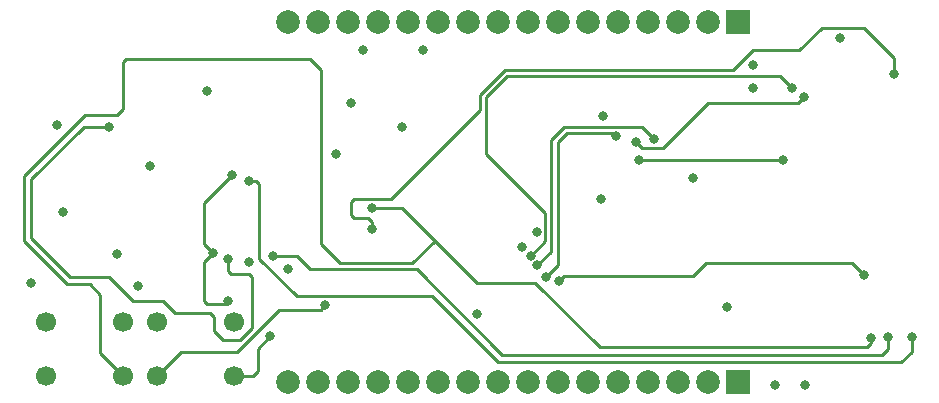
<source format=gbr>
G04 #@! TF.GenerationSoftware,KiCad,Pcbnew,(5.0.0)*
G04 #@! TF.CreationDate,2018-11-26T12:29:23+08:00*
G04 #@! TF.ProjectId,Clouduino Stratus Rev 1,436C6F756475696E6F20537472617475,rev?*
G04 #@! TF.SameCoordinates,Original*
G04 #@! TF.FileFunction,Copper,L4,Bot,Signal*
G04 #@! TF.FilePolarity,Positive*
%FSLAX46Y46*%
G04 Gerber Fmt 4.6, Leading zero omitted, Abs format (unit mm)*
G04 Created by KiCad (PCBNEW (5.0.0)) date 11/26/18 12:29:23*
%MOMM*%
%LPD*%
G01*
G04 APERTURE LIST*
G04 #@! TA.AperFunction,ComponentPad*
%ADD10C,2.000000*%
G04 #@! TD*
G04 #@! TA.AperFunction,ComponentPad*
%ADD11R,2.000000X2.000000*%
G04 #@! TD*
G04 #@! TA.AperFunction,ComponentPad*
%ADD12C,1.700000*%
G04 #@! TD*
G04 #@! TA.AperFunction,ViaPad*
%ADD13C,0.800000*%
G04 #@! TD*
G04 #@! TA.AperFunction,Conductor*
%ADD14C,0.250000*%
G04 #@! TD*
G04 APERTURE END LIST*
D10*
G04 #@! TO.P,J2,16*
G04 #@! TO.N,5V-USB*
X99822000Y-50292000D03*
G04 #@! TO.P,J2,15*
G04 #@! TO.N,VIN_Breakout*
X102362000Y-50292000D03*
G04 #@! TO.P,J2,14*
G04 #@! TO.N,VCC*
X104902000Y-50292000D03*
G04 #@! TO.P,J2,13*
X107442000Y-50292000D03*
G04 #@! TO.P,J2,12*
G04 #@! TO.N,GND*
X109982000Y-50292000D03*
G04 #@! TO.P,J2,11*
X112522000Y-50292000D03*
G04 #@! TO.P,J2,10*
G04 #@! TO.N,GPIO8*
X115062000Y-50292000D03*
G04 #@! TO.P,J2,9*
G04 #@! TO.N,GPIO7*
X117602000Y-50292000D03*
G04 #@! TO.P,J2,8*
G04 #@! TO.N,GPIO6*
X120142000Y-50292000D03*
G04 #@! TO.P,J2,7*
G04 #@! TO.N,GPIO5*
X122682000Y-50292000D03*
G04 #@! TO.P,J2,6*
G04 #@! TO.N,GPIO4*
X125222000Y-50292000D03*
G04 #@! TO.P,J2,5*
G04 #@! TO.N,GPIO3*
X127762000Y-50292000D03*
G04 #@! TO.P,J2,4*
G04 #@! TO.N,GPIO2*
X130302000Y-50292000D03*
G04 #@! TO.P,J2,3*
G04 #@! TO.N,GPIO1*
X132842000Y-50292000D03*
G04 #@! TO.P,J2,2*
G04 #@! TO.N,INTA_Breakout*
X135382000Y-50292000D03*
D11*
G04 #@! TO.P,J2,1*
G04 #@! TO.N,INTB_Breakout*
X137922000Y-50292000D03*
G04 #@! TD*
G04 #@! TO.P,J3,1*
G04 #@! TO.N,ADC-CH7*
X137922000Y-80772000D03*
D10*
G04 #@! TO.P,J3,2*
G04 #@! TO.N,ADC-CH6*
X135382000Y-80772000D03*
G04 #@! TO.P,J3,3*
G04 #@! TO.N,ADC-CH5*
X132842000Y-80772000D03*
G04 #@! TO.P,J3,4*
G04 #@! TO.N,ADC-CH4*
X130302000Y-80772000D03*
G04 #@! TO.P,J3,5*
G04 #@! TO.N,ADC-CH3*
X127762000Y-80772000D03*
G04 #@! TO.P,J3,6*
G04 #@! TO.N,ADC-CH2*
X125222000Y-80772000D03*
G04 #@! TO.P,J3,7*
G04 #@! TO.N,ADC-CH1*
X122682000Y-80772000D03*
G04 #@! TO.P,J3,8*
G04 #@! TO.N,ADC-CH0*
X120142000Y-80772000D03*
G04 #@! TO.P,J3,9*
G04 #@! TO.N,GPIO16*
X117602000Y-80772000D03*
G04 #@! TO.P,J3,10*
G04 #@! TO.N,GPIO15*
X115062000Y-80772000D03*
G04 #@! TO.P,J3,11*
G04 #@! TO.N,GPIO14*
X112522000Y-80772000D03*
G04 #@! TO.P,J3,12*
G04 #@! TO.N,GPIO13*
X109982000Y-80772000D03*
G04 #@! TO.P,J3,13*
G04 #@! TO.N,GPIO12*
X107442000Y-80772000D03*
G04 #@! TO.P,J3,14*
G04 #@! TO.N,GPIO11*
X104902000Y-80772000D03*
G04 #@! TO.P,J3,15*
G04 #@! TO.N,GPIO10*
X102362000Y-80772000D03*
G04 #@! TO.P,J3,16*
G04 #@! TO.N,GPIO9*
X99822000Y-80772000D03*
G04 #@! TD*
D12*
G04 #@! TO.P,RST,4*
G04 #@! TO.N,N/C*
X88750000Y-75764000D03*
G04 #@! TO.P,RST,3*
X95250000Y-75764000D03*
G04 #@! TO.P,RST,2*
G04 #@! TO.N,AUTO-RESET*
X88750000Y-80264000D03*
G04 #@! TO.P,RST,1*
G04 #@! TO.N,Net-(R9-Pad2)*
X95250000Y-80264000D03*
G04 #@! TD*
G04 #@! TO.P,PRG,1*
G04 #@! TO.N,GPIO0*
X85852000Y-80264000D03*
G04 #@! TO.P,PRG,2*
G04 #@! TO.N,Net-(PRG1-Pad2)*
X79352000Y-80264000D03*
G04 #@! TO.P,PRG,3*
G04 #@! TO.N,N/C*
X85852000Y-75764000D03*
G04 #@! TO.P,PRG,4*
X79352000Y-75764000D03*
G04 #@! TD*
D13*
G04 #@! TO.N,GND*
X119634000Y-69342000D03*
X134112000Y-63500000D03*
X109474000Y-59182000D03*
X103886000Y-61468000D03*
X96493366Y-70641413D03*
X92964000Y-56134000D03*
X87122000Y-72644000D03*
X88138000Y-62484000D03*
X99822000Y-71247000D03*
X111252000Y-52705000D03*
X139192000Y-53975000D03*
X141097000Y-81026000D03*
X137033000Y-74422000D03*
X126365000Y-65278000D03*
X80772000Y-66421000D03*
X80264000Y-59055000D03*
X78105000Y-72390000D03*
X85344000Y-69977000D03*
G04 #@! TO.N,VCC*
X120904000Y-68072000D03*
X105156000Y-57150000D03*
X106172000Y-52705000D03*
X126492000Y-58293000D03*
X139192000Y-55880000D03*
X146558000Y-51689000D03*
X143637000Y-81026000D03*
X115824000Y-75057000D03*
G04 #@! TO.N,IO_POWER*
X93472000Y-69850000D03*
X94742000Y-73914000D03*
X95123000Y-63246000D03*
G04 #@! TO.N,5V-USB*
X94742000Y-70358000D03*
X84709000Y-59182000D03*
G04 #@! TO.N,ESP-GPIO12*
X120396000Y-70104000D03*
X142494000Y-55880000D03*
X141732000Y-61976000D03*
X129540000Y-61976000D03*
G04 #@! TO.N,ESP-GPIO13*
X120950701Y-70936051D03*
X130810000Y-60198000D03*
G04 #@! TO.N,ESP-GPIO14*
X121666000Y-71882000D03*
X127635000Y-59944000D03*
X129286000Y-60452000D03*
X143510000Y-56642000D03*
G04 #@! TO.N,ESP-GPIO5*
X122809000Y-72263000D03*
X148590000Y-71755000D03*
G04 #@! TO.N,ESP-TX*
X96520000Y-63754000D03*
X152654000Y-76962000D03*
G04 #@! TO.N,ESP-RX*
X98552000Y-70104000D03*
X150622000Y-76962000D03*
G04 #@! TO.N,GPIO0*
X106934000Y-66040000D03*
X149225000Y-77089000D03*
G04 #@! TO.N,Net-(R9-Pad2)*
X98310700Y-76949300D03*
G04 #@! TO.N,AUTO-RESET*
X106934000Y-67818000D03*
X151130000Y-54737000D03*
X102997000Y-74295000D03*
G04 #@! TD*
D14*
G04 #@! TO.N,IO_POWER*
X93472000Y-69850000D02*
X92710000Y-70612000D01*
X92710000Y-70612000D02*
X92710000Y-72898000D01*
X92710000Y-72898000D02*
X92710000Y-73914000D01*
X92710000Y-73914000D02*
X92964000Y-74168000D01*
X92964000Y-74168000D02*
X94488000Y-74168000D01*
X94488000Y-74168000D02*
X94742000Y-73914000D01*
X92710000Y-69088000D02*
X93472000Y-69850000D01*
X95123000Y-63246000D02*
X92710000Y-65659000D01*
X92710000Y-65659000D02*
X92710000Y-69088000D01*
G04 #@! TO.N,5V-USB*
X96774000Y-71882000D02*
X96774000Y-76200000D01*
X96774000Y-76200000D02*
X95758000Y-77216000D01*
X94996000Y-71628000D02*
X96520000Y-71628000D01*
X94742000Y-71374000D02*
X94996000Y-71628000D01*
X96520000Y-71628000D02*
X96774000Y-71882000D01*
X94742000Y-70358000D02*
X94742000Y-71374000D01*
X95758000Y-77216000D02*
X94361000Y-77216000D01*
X94361000Y-77216000D02*
X93599000Y-76454000D01*
X93599000Y-75311000D02*
X93218000Y-74930000D01*
X93599000Y-76454000D02*
X93599000Y-75311000D01*
X93218000Y-74930000D02*
X90297000Y-74930000D01*
X90297000Y-74930000D02*
X89281000Y-73914000D01*
X89281000Y-73914000D02*
X86741000Y-73914000D01*
X86741000Y-73914000D02*
X84709000Y-71882000D01*
X84709000Y-71882000D02*
X81407000Y-71882000D01*
X81407000Y-71882000D02*
X78105000Y-68580000D01*
X78105000Y-68580000D02*
X78105000Y-63627000D01*
X78105000Y-63627000D02*
X82550000Y-59182000D01*
X82550000Y-59182000D02*
X84709000Y-59182000D01*
G04 #@! TO.N,ESP-GPIO12*
X121629001Y-68870999D02*
X121629001Y-66511001D01*
X120396000Y-70104000D02*
X121629001Y-68870999D01*
X121629001Y-66511001D02*
X116586000Y-61468000D01*
X116586000Y-61468000D02*
X116586000Y-56642000D01*
X116586000Y-56642000D02*
X118364000Y-54864000D01*
X118364000Y-54864000D02*
X141478000Y-54864000D01*
X141478000Y-54864000D02*
X142494000Y-55880000D01*
X130556000Y-61976000D02*
X141732000Y-61976000D01*
X129540000Y-61976000D02*
X130556000Y-61976000D01*
G04 #@! TO.N,ESP-GPIO13*
X122079010Y-69807742D02*
X122079010Y-60292990D01*
X120950701Y-70936051D02*
X122079010Y-69807742D01*
X122079010Y-60292990D02*
X123190000Y-59182000D01*
X129794000Y-59182000D02*
X130810000Y-60198000D01*
X128016000Y-59182000D02*
X129794000Y-59182000D01*
X128016000Y-59182000D02*
X128270000Y-59182000D01*
X123190000Y-59182000D02*
X128016000Y-59182000D01*
G04 #@! TO.N,ESP-GPIO14*
X121666000Y-71882000D02*
X122682000Y-70866000D01*
X122682000Y-70866000D02*
X122682000Y-60452000D01*
X122682000Y-60452000D02*
X123444000Y-59690000D01*
X123444000Y-59690000D02*
X127381000Y-59690000D01*
X127381000Y-59690000D02*
X127635000Y-59944000D01*
X129286000Y-60452000D02*
X129794000Y-60960000D01*
X129794000Y-60960000D02*
X131121002Y-60960000D01*
X131121002Y-60960000D02*
X131572000Y-60960000D01*
X131572000Y-60960000D02*
X135128000Y-57404000D01*
X135128000Y-57404000D02*
X135382000Y-57150000D01*
X135382000Y-57150000D02*
X140208000Y-57150000D01*
X140208000Y-57150000D02*
X143002000Y-57150000D01*
X143002000Y-57150000D02*
X143510000Y-56642000D01*
G04 #@! TO.N,ESP-GPIO5*
X123208999Y-71863001D02*
X134130999Y-71863001D01*
X122809000Y-72263000D02*
X123208999Y-71863001D01*
X134130999Y-71863001D02*
X135255000Y-70739000D01*
X135255000Y-70739000D02*
X147574000Y-70739000D01*
X147574000Y-70739000D02*
X148590000Y-71755000D01*
G04 #@! TO.N,ESP-TX*
X97085685Y-63754000D02*
X97409000Y-64077315D01*
X96520000Y-63754000D02*
X97085685Y-63754000D01*
X97409000Y-64077315D02*
X97409000Y-70358000D01*
X97409000Y-70358000D02*
X100584000Y-73533000D01*
X100584000Y-73533000D02*
X112014000Y-73533000D01*
X112014000Y-73533000D02*
X117602000Y-79121000D01*
X117602000Y-79121000D02*
X151765000Y-79121000D01*
X151765000Y-79121000D02*
X152654000Y-78232000D01*
X152654000Y-78232000D02*
X152654000Y-76962000D01*
G04 #@! TO.N,ESP-RX*
X98552000Y-70104000D02*
X100584000Y-70104000D01*
X100584000Y-70104000D02*
X101727000Y-71247000D01*
X101727000Y-71247000D02*
X110744000Y-71247000D01*
X110744000Y-71247000D02*
X117983000Y-78486000D01*
X117983000Y-78486000D02*
X149733000Y-78486000D01*
X149733000Y-78486000D02*
X150114000Y-78486000D01*
X150114000Y-78486000D02*
X150622000Y-77978000D01*
X150622000Y-77978000D02*
X150622000Y-76962000D01*
G04 #@! TO.N,GPIO0*
X106934000Y-66040000D02*
X109474000Y-66040000D01*
X115824000Y-72390000D02*
X120777000Y-72390000D01*
X120777000Y-72390000D02*
X126238000Y-77851000D01*
X126238000Y-77851000D02*
X148844000Y-77851000D01*
X148844000Y-77851000D02*
X149225000Y-77470000D01*
X149225000Y-77470000D02*
X149225000Y-77089000D01*
X110363000Y-70739000D02*
X112268000Y-68834000D01*
X104267000Y-70739000D02*
X110363000Y-70739000D01*
X102616000Y-69088000D02*
X104267000Y-70739000D01*
X102616000Y-54356000D02*
X102616000Y-69088000D01*
X101690001Y-53430001D02*
X102616000Y-54356000D01*
X112268000Y-68834000D02*
X115824000Y-72390000D01*
X109474000Y-66040000D02*
X112268000Y-68834000D01*
X101690001Y-53430001D02*
X86142999Y-53430001D01*
X86142999Y-53430001D02*
X85852000Y-53721000D01*
X85852000Y-53721000D02*
X85852000Y-57658000D01*
X85852000Y-57658000D02*
X85344000Y-58166000D01*
X85344000Y-58166000D02*
X82677000Y-58166000D01*
X82677000Y-58166000D02*
X77470000Y-63373000D01*
X77470000Y-63373000D02*
X77470000Y-68834000D01*
X77470000Y-68834000D02*
X81153000Y-72517000D01*
X81153000Y-72517000D02*
X83058000Y-72517000D01*
X83058000Y-72517000D02*
X83947000Y-73406000D01*
X83947000Y-78359000D02*
X85852000Y-80264000D01*
X83947000Y-73406000D02*
X83947000Y-78359000D01*
G04 #@! TO.N,Net-(R9-Pad2)*
X96901000Y-80264000D02*
X95250000Y-80264000D01*
X97282000Y-79883000D02*
X96901000Y-80264000D01*
X98310700Y-76949300D02*
X97282000Y-77978000D01*
X97282000Y-77978000D02*
X97282000Y-79883000D01*
G04 #@! TO.N,AUTO-RESET*
X151130000Y-53340000D02*
X151130000Y-54737000D01*
X105156000Y-65532000D02*
X105410000Y-65278000D01*
X105156000Y-66675000D02*
X105156000Y-65532000D01*
X106610685Y-66929000D02*
X105410000Y-66929000D01*
X106934000Y-67252315D02*
X106610685Y-66929000D01*
X105410000Y-66929000D02*
X105156000Y-66675000D01*
X116078000Y-56513590D02*
X118235590Y-54356000D01*
X148590000Y-50800000D02*
X151130000Y-53340000D01*
X106934000Y-67818000D02*
X106934000Y-67252315D01*
X105410000Y-65278000D02*
X108585000Y-65278000D01*
X143129000Y-52705000D02*
X145034000Y-50800000D01*
X108585000Y-65278000D02*
X116078000Y-57785000D01*
X139192000Y-52705000D02*
X143129000Y-52705000D01*
X116078000Y-57785000D02*
X116078000Y-56513590D01*
X118235590Y-54356000D02*
X137541000Y-54356000D01*
X137541000Y-54356000D02*
X139192000Y-52705000D01*
X145034000Y-50800000D02*
X148590000Y-50800000D01*
X90782000Y-78232000D02*
X88750000Y-80264000D01*
X95542998Y-78232000D02*
X90782000Y-78232000D01*
X99079999Y-74694999D02*
X95542998Y-78232000D01*
X102997000Y-74295000D02*
X102597001Y-74694999D01*
X102597001Y-74694999D02*
X99079999Y-74694999D01*
G04 #@! TD*
M02*

</source>
